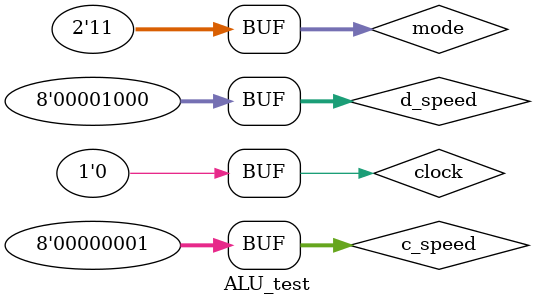
<source format=v>
`timescale 1ns / 1ps


module ALU_test;

	// Inputs
	reg [1:0] mode;
	reg [7:0] d_speed;
	reg [7:0] c_speed;
	reg clock;

	// Outputs
	wire G;
	wire EQ;
	wire L;
	wire [7:0] out_speed;

	// Instantiate the Unit Under Test (UUT)
	ALU uut (
		.mode(mode), 
		.d_speed(d_speed), 
		.c_speed(c_speed), 
		.clock(clock), 
		.G(G), 
		.EQ(EQ), 
		.L(L), 
		.out_speed(out_speed)
	);
	initial begin
	
	clock=0;
	repeat(50)
	#100
	clock=~clock;
	
	end
	
	initial begin
	
		#100
		
		mode = 2'b00;
		d_speed = 8'b00001000;
		c_speed = 8'b00000001;
		
		#200
		
		mode = 2'b01;
		d_speed = 8'b00101000;
		c_speed = 8'b00010001;
		
		#200
		
		mode = 2'b10;
		d_speed = 8'b00001000;
		c_speed = 8'b00000001;
		
		#200
	
		mode = 2'b11;
		d_speed = 8'b00001000;
		c_speed = 8'b00000001;
		
		
	end
      
endmodule


</source>
